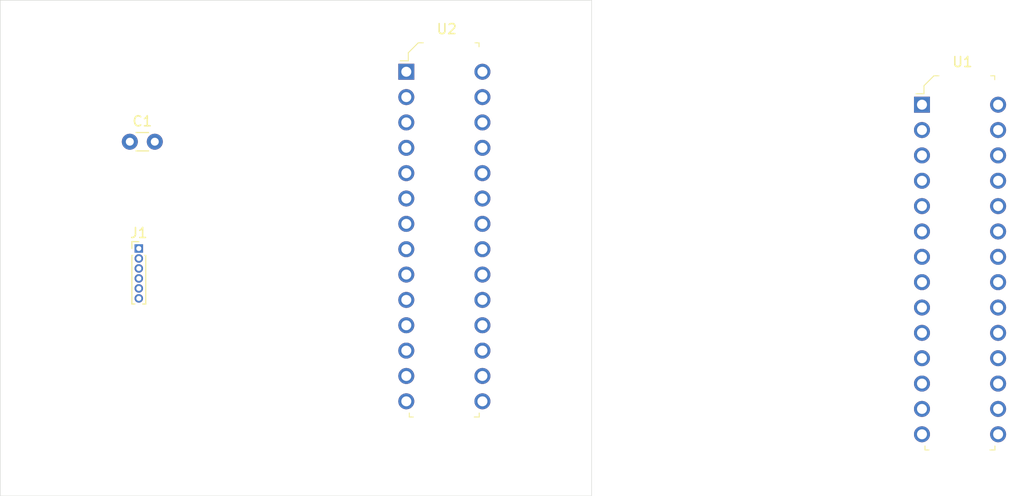
<source format=kicad_pcb>
(kicad_pcb (version 20240108) (generator "pcbnew") (generator_version "8.0")
  (layers (0 "F.Cu" signal) (31 "B.Cu" signal) (34 "B.Paste" user) (35 "F.Paste" user) (36 "B.SilkS" user "B.Silkscreen") (37 "F.SilkS" user "F.Silkscreen") (38 "B.Mask" user) (39 "F.Mask" user) (44 "Edge.Cuts" user))
  (net 0 "")
  (net 32 "/Cod upload diagram/GND")
  (net 38 "/Cod upload diagram/RX")
  (net 42 "/Cod upload diagram/TX")
  (net 46 "/Cod upload diagram/DTR")
  (net 54 "/Cod upload diagram/VCC")
  (footprint "Connector_PinHeader_1.00mm:PinHeader_1x06_P1.00mm_Vertical" (layer "F.Cu") (at 57.3532 89.6404)
    (property "Reference" "J1" (at 0 -1.56 0) (layer "F.SilkS"))
    (property "Value" "Conn_01x06")
    (fp_line (start -0.695 -0.685) (end 0 -0.685) (stroke (width 0.12)) (layer "F.SilkS"))
    (fp_line (start -0.695 0) (end -0.695 -0.685) (stroke (width 0.12)) (layer "F.SilkS"))
    (fp_line (start -0.695 0.685) (end -0.695 5.56) (stroke (width 0.12)) (layer "F.SilkS"))
    (fp_line (start -0.695 0.685) (end -0.608276 0.685) (stroke (width 0.12)) (layer "F.SilkS"))
    (fp_line (start -0.695 5.56) (end -0.394493 5.56) (stroke (width 0.12)) (layer "F.SilkS"))
    (fp_line (start 0.394493 5.56) (end 0.695 5.56) (stroke (width 0.12)) (layer "F.SilkS"))
    (fp_line (start 0.608276 0.685) (end 0.695 0.685) (stroke (width 0.12)) (layer "F.SilkS"))
    (fp_line (start 0.695 0.685) (end 0.695 5.56) (stroke (width 0.12)) (layer "F.SilkS"))
    (pad "1" thru_hole rect (at 0 0) (size 0.85 0.85) (drill 0.5) (layers "*.Cu" "*.Mask") (net 32 "/Cod upload diagram/GND"))
    (pad "2" thru_hole oval (at 0 1) (size 0.85 0.85) (drill 0.5) (layers "*.Cu" "*.Mask"))
    (pad "3" thru_hole oval (at 0 2) (size 0.85 0.85) (drill 0.5) (layers "*.Cu" "*.Mask") (net 54 "/Cod upload diagram/VCC"))
    (pad "4" thru_hole oval (at 0 3) (size 0.85 0.85) (drill 0.5) (layers "*.Cu" "*.Mask") (net 38 "/Cod upload diagram/RX"))
    (pad "5" thru_hole oval (at 0 4) (size 0.85 0.85) (drill 0.5) (layers "*.Cu" "*.Mask") (net 42 "/Cod upload diagram/TX"))
    (pad "6" thru_hole oval (at 0 5) (size 0.85 0.85) (drill 0.5) (layers "*.Cu" "*.Mask") (net 46 "/Cod upload diagram/DTR"))
  )
  (footprint "Capacitor_THT:C_Disc_D3.0mm_W1.6mm_P2.50mm" (layer "F.Cu") (at 56.4534 78.9432)
    (property "Reference" "C1" (at 1.25 -2.05 0) (layer "F.SilkS"))
    (property "Value" "100nf")
    (fp_line (start 0.621 -0.92) (end 1.879 -0.92) (stroke (width 0.12)) (layer "F.SilkS"))
    (fp_line (start 0.621 0.92) (end 1.879 0.92) (stroke (width 0.12)) (layer "F.SilkS"))
    (pad "1" thru_hole circle (at 0 0) (size 1.6 1.6) (drill 0.8) (layers "*.Cu" "*.Mask") (net 46 "/Cod upload diagram/DTR"))
    (pad "2" thru_hole circle (at 2.5 0) (size 1.6 1.6) (drill 0.8) (layers "*.Cu" "*.Mask") (net 46 "/Cod upload diagram/DTR"))
  )
  (footprint "digikey-footprints:DIP-28_W7.62mm" (layer "F.Cu") (at 84.1248 71.9328)
    (property "Reference" "U2" (at 4.05 -4.28 0) (layer "F.SilkS"))
    (property "Value" "ATMEGA328P-PU")
    (fp_line (start 0.2 -1.9) (end 0.2 -1.1) (stroke (width 0.1)) (layer "F.SilkS"))
    (fp_line (start 0.2 -1.1) (end -0.6 -1.1) (stroke (width 0.1)) (layer "F.SilkS"))
    (fp_line (start 0.3 34.19) (end 0.3 34.59) (stroke (width 0.1)) (layer "F.SilkS"))
    (fp_line (start 0.3 34.59) (end 0.7 34.59) (stroke (width 0.1)) (layer "F.SilkS"))
    (fp_line (start 1.2 -2.9) (end 0.2 -1.9) (stroke (width 0.1)) (layer "F.SilkS"))
    (fp_line (start 1.7 -2.9) (end 1.2 -2.9) (stroke (width 0.1)) (layer "F.SilkS"))
    (fp_line (start 7.28 -2.9) (end 6.88 -2.9) (stroke (width 0.1)) (layer "F.SilkS"))
    (fp_line (start 7.28 -2.5) (end 7.28 -2.9) (stroke (width 0.1)) (layer "F.SilkS"))
    (fp_line (start 7.3 34.19) (end 7.3 34.59) (stroke (width 0.1)) (layer "F.SilkS"))
    (fp_line (start 7.3 34.59) (end 6.8 34.59) (stroke (width 0.1)) (layer "F.SilkS"))
    (pad "1" thru_hole rect (at 0 0) (size 1.6 1.6) (drill 1) (layers "*.Cu" "*.Mask") (net 46 "/Cod upload diagram/DTR"))
    (pad "2" thru_hole circle (at 0 2.54) (size 1.6 1.6) (drill 1) (layers "*.Cu" "*.Mask") (net 38 "/Cod upload diagram/RX"))
    (pad "3" thru_hole circle (at 0 5.08) (size 1.6 1.6) (drill 1) (layers "*.Cu" "*.Mask") (net 42 "/Cod upload diagram/TX"))
    (pad "4" thru_hole circle (at 0 7.62) (size 1.6 1.6) (drill 1) (layers "*.Cu" "*.Mask"))
    (pad "5" thru_hole circle (at 0 10.16) (size 1.6 1.6) (drill 1) (layers "*.Cu" "*.Mask"))
    (pad "6" thru_hole circle (at 0 12.7) (size 1.6 1.6) (drill 1) (layers "*.Cu" "*.Mask"))
    (pad "7" thru_hole circle (at 0 15.24) (size 1.6 1.6) (drill 1) (layers "*.Cu" "*.Mask") (net 54 "/Cod upload diagram/VCC"))
    (pad "8" thru_hole circle (at 0 17.78) (size 1.6 1.6) (drill 1) (layers "*.Cu" "*.Mask") (net 32 "/Cod upload diagram/GND"))
    (pad "9" thru_hole circle (at 0 20.32) (size 1.6 1.6) (drill 1) (layers "*.Cu" "*.Mask"))
    (pad "10" thru_hole circle (at 0 22.86) (size 1.6 1.6) (drill 1) (layers "*.Cu" "*.Mask"))
    (pad "11" thru_hole circle (at 0 25.4) (size 1.6 1.6) (drill 1) (layers "*.Cu" "*.Mask"))
    (pad "12" thru_hole circle (at 0 27.94) (size 1.6 1.6) (drill 1) (layers "*.Cu" "*.Mask"))
    (pad "13" thru_hole circle (at 0 30.48) (size 1.6 1.6) (drill 1) (layers "*.Cu" "*.Mask"))
    (pad "14" thru_hole circle (at 0 33.02) (size 1.6 1.6) (drill 1) (layers "*.Cu" "*.Mask"))
    (pad "15" thru_hole circle (at 7.62 33.02) (size 1.6 1.6) (drill 1) (layers "*.Cu" "*.Mask"))
    (pad "16" thru_hole circle (at 7.62 30.48) (size 1.6 1.6) (drill 1) (layers "*.Cu" "*.Mask"))
    (pad "17" thru_hole circle (at 7.62 27.94) (size 1.6 1.6) (drill 1) (layers "*.Cu" "*.Mask"))
    (pad "18" thru_hole circle (at 7.62 25.4) (size 1.6 1.6) (drill 1) (layers "*.Cu" "*.Mask"))
    (pad "19" thru_hole circle (at 7.62 22.86) (size 1.6 1.6) (drill 1) (layers "*.Cu" "*.Mask"))
    (pad "20" thru_hole circle (at 7.62 20.32) (size 1.6 1.6) (drill 1) (layers "*.Cu" "*.Mask"))
    (pad "21" thru_hole circle (at 7.62 17.78) (size 1.6 1.6) (drill 1) (layers "*.Cu" "*.Mask"))
    (pad "22" thru_hole circle (at 7.62 15.24) (size 1.6 1.6) (drill 1) (layers "*.Cu" "*.Mask"))
    (pad "23" thru_hole circle (at 7.62 12.7) (size 1.6 1.6) (drill 1) (layers "*.Cu" "*.Mask"))
    (pad "24" thru_hole circle (at 7.62 10.16) (size 1.6 1.6) (drill 1) (layers "*.Cu" "*.Mask"))
    (pad "25" thru_hole circle (at 7.62 7.62) (size 1.6 1.6) (drill 1) (layers "*.Cu" "*.Mask"))
    (pad "26" thru_hole circle (at 7.62 5.08) (size 1.6 1.6) (drill 1) (layers "*.Cu" "*.Mask"))
    (pad "27" thru_hole circle (at 7.62 2.54) (size 1.6 1.6) (drill 1) (layers "*.Cu" "*.Mask"))
    (pad "28" thru_hole circle (at 7.62 0) (size 1.6 1.6) (drill 1) (layers "*.Cu" "*.Mask"))
  )
  (footprint "digikey-footprints:DIP-28_W7.62mm" (layer "F.Cu") (at 135.7376 75.2348)
    (property "Reference" "U1" (at 4.05 -4.28 0) (layer "F.SilkS"))
    (property "Value" "ATMEGA328P-PU")
    (fp_line (start 0.2 -1.9) (end 0.2 -1.1) (stroke (width 0.1)) (layer "F.SilkS"))
    (fp_line (start 0.2 -1.1) (end -0.6 -1.1) (stroke (width 0.1)) (layer "F.SilkS"))
    (fp_line (start 0.3 34.19) (end 0.3 34.59) (stroke (width 0.1)) (layer "F.SilkS"))
    (fp_line (start 0.3 34.59) (end 0.7 34.59) (stroke (width 0.1)) (layer "F.SilkS"))
    (fp_line (start 1.2 -2.9) (end 0.2 -1.9) (stroke (width 0.1)) (layer "F.SilkS"))
    (fp_line (start 1.7 -2.9) (end 1.2 -2.9) (stroke (width 0.1)) (layer "F.SilkS"))
    (fp_line (start 7.28 -2.9) (end 6.88 -2.9) (stroke (width 0.1)) (layer "F.SilkS"))
    (fp_line (start 7.28 -2.5) (end 7.28 -2.9) (stroke (width 0.1)) (layer "F.SilkS"))
    (fp_line (start 7.3 34.19) (end 7.3 34.59) (stroke (width 0.1)) (layer "F.SilkS"))
    (fp_line (start 7.3 34.59) (end 6.8 34.59) (stroke (width 0.1)) (layer "F.SilkS"))
    (pad "1" thru_hole rect (at 0 0) (size 1.6 1.6) (drill 1) (layers "*.Cu" "*.Mask"))
    (pad "2" thru_hole circle (at 0 2.54) (size 1.6 1.6) (drill 1) (layers "*.Cu" "*.Mask"))
    (pad "3" thru_hole circle (at 0 5.08) (size 1.6 1.6) (drill 1) (layers "*.Cu" "*.Mask"))
    (pad "4" thru_hole circle (at 0 7.62) (size 1.6 1.6) (drill 1) (layers "*.Cu" "*.Mask"))
    (pad "5" thru_hole circle (at 0 10.16) (size 1.6 1.6) (drill 1) (layers "*.Cu" "*.Mask"))
    (pad "6" thru_hole circle (at 0 12.7) (size 1.6 1.6) (drill 1) (layers "*.Cu" "*.Mask"))
    (pad "7" thru_hole circle (at 0 15.24) (size 1.6 1.6) (drill 1) (layers "*.Cu" "*.Mask"))
    (pad "8" thru_hole circle (at 0 17.78) (size 1.6 1.6) (drill 1) (layers "*.Cu" "*.Mask"))
    (pad "9" thru_hole circle (at 0 20.32) (size 1.6 1.6) (drill 1) (layers "*.Cu" "*.Mask"))
    (pad "10" thru_hole circle (at 0 22.86) (size 1.6 1.6) (drill 1) (layers "*.Cu" "*.Mask"))
    (pad "11" thru_hole circle (at 0 25.4) (size 1.6 1.6) (drill 1) (layers "*.Cu" "*.Mask"))
    (pad "12" thru_hole circle (at 0 27.94) (size 1.6 1.6) (drill 1) (layers "*.Cu" "*.Mask"))
    (pad "13" thru_hole circle (at 0 30.48) (size 1.6 1.6) (drill 1) (layers "*.Cu" "*.Mask"))
    (pad "14" thru_hole circle (at 0 33.02) (size 1.6 1.6) (drill 1) (layers "*.Cu" "*.Mask"))
    (pad "15" thru_hole circle (at 7.62 33.02) (size 1.6 1.6) (drill 1) (layers "*.Cu" "*.Mask"))
    (pad "16" thru_hole circle (at 7.62 30.48) (size 1.6 1.6) (drill 1) (layers "*.Cu" "*.Mask"))
    (pad "17" thru_hole circle (at 7.62 27.94) (size 1.6 1.6) (drill 1) (layers "*.Cu" "*.Mask"))
    (pad "18" thru_hole circle (at 7.62 25.4) (size 1.6 1.6) (drill 1) (layers "*.Cu" "*.Mask"))
    (pad "19" thru_hole circle (at 7.62 22.86) (size 1.6 1.6) (drill 1) (layers "*.Cu" "*.Mask"))
    (pad "20" thru_hole circle (at 7.62 20.32) (size 1.6 1.6) (drill 1) (layers "*.Cu" "*.Mask"))
    (pad "21" thru_hole circle (at 7.62 17.78) (size 1.6 1.6) (drill 1) (layers "*.Cu" "*.Mask"))
    (pad "22" thru_hole circle (at 7.62 15.24) (size 1.6 1.6) (drill 1) (layers "*.Cu" "*.Mask"))
    (pad "23" thru_hole circle (at 7.62 12.7) (size 1.6 1.6) (drill 1) (layers "*.Cu" "*.Mask"))
    (pad "24" thru_hole circle (at 7.62 10.16) (size 1.6 1.6) (drill 1) (layers "*.Cu" "*.Mask"))
    (pad "25" thru_hole circle (at 7.62 7.62) (size 1.6 1.6) (drill 1) (layers "*.Cu" "*.Mask"))
    (pad "26" thru_hole circle (at 7.62 5.08) (size 1.6 1.6) (drill 1) (layers "*.Cu" "*.Mask"))
    (pad "27" thru_hole circle (at 7.62 2.54) (size 1.6 1.6) (drill 1) (layers "*.Cu" "*.Mask"))
    (pad "28" thru_hole circle (at 7.62 0) (size 1.6 1.6) (drill 1) (layers "*.Cu" "*.Mask"))
  )
  (gr_rect (start 43.4848 64.77) (end 102.6668 114.427) (stroke (width 0.05)) (fill none) (layer "Edge.Cuts"))
)
</source>
